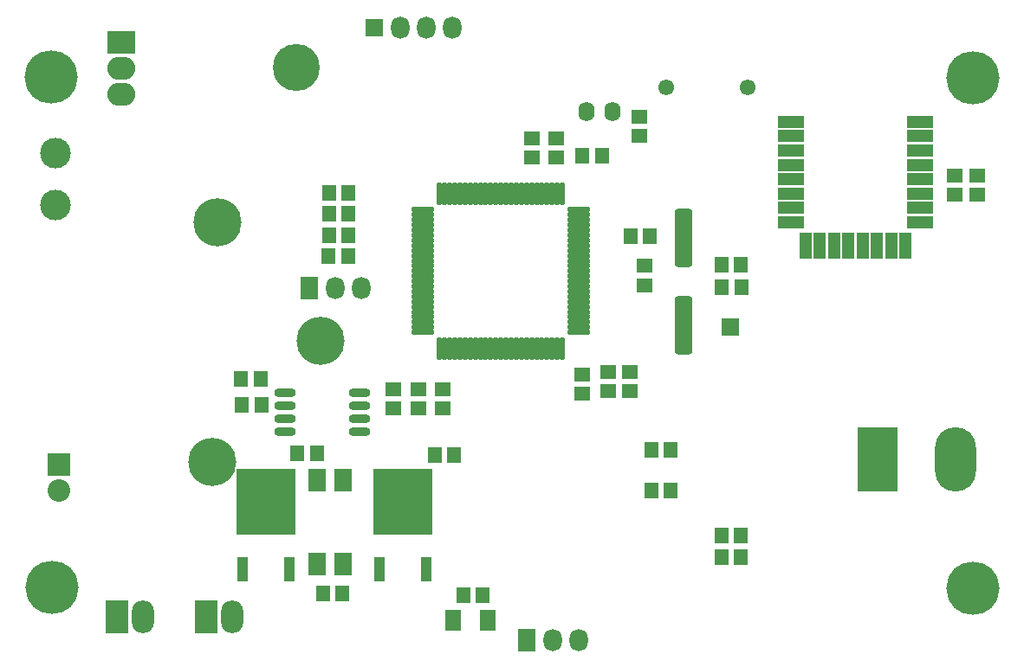
<source format=gbs>
G04*
G04 #@! TF.GenerationSoftware,Altium Limited,Altium Designer,20.2.6 (244)*
G04*
G04 Layer_Color=16711935*
%FSTAX24Y24*%
%MOIN*%
G70*
G04*
G04 #@! TF.SameCoordinates,20AB1978-7CCD-4664-BF1E-2587ED644C09*
G04*
G04*
G04 #@! TF.FilePolarity,Negative*
G04*
G01*
G75*
%ADD46R,0.0631X0.0552*%
%ADD54R,0.0552X0.0631*%
%ADD63C,0.0611*%
%ADD64O,0.0631X0.0749*%
%ADD65R,0.0710X0.0710*%
%ADD66R,0.0867X0.1261*%
%ADD67O,0.0867X0.1261*%
%ADD68O,0.1580X0.2480*%
%ADD69R,0.1580X0.2480*%
%ADD70O,0.0710X0.0867*%
%ADD71R,0.0710X0.0867*%
%ADD72C,0.0867*%
%ADD73C,0.1182*%
%ADD74R,0.1080X0.0880*%
%ADD75O,0.1080X0.0880*%
%ADD76C,0.1812*%
%ADD77R,0.0867X0.0867*%
%ADD78C,0.1852*%
%ADD79C,0.2049*%
%ADD112R,0.0669X0.0866*%
%ADD114O,0.0198X0.0907*%
%ADD115O,0.0907X0.0198*%
%ADD116R,0.0611X0.0789*%
%ADD117O,0.0828X0.0336*%
%ADD118R,0.0474X0.1045*%
%ADD119R,0.1045X0.0474*%
%ADD120R,0.2265X0.2560*%
%ADD121R,0.0434X0.0966*%
G04:AMPARAMS|DCode=122|XSize=224.5mil|YSize=67.1mil|CornerRadius=11.4mil|HoleSize=0mil|Usage=FLASHONLY|Rotation=90.000|XOffset=0mil|YOffset=0mil|HoleType=Round|Shape=RoundedRectangle|*
%AMROUNDEDRECTD122*
21,1,0.2245,0.0443,0,0,90.0*
21,1,0.2018,0.0671,0,0,90.0*
1,1,0.0228,0.0221,0.1009*
1,1,0.0228,0.0221,-0.1009*
1,1,0.0228,-0.0221,-0.1009*
1,1,0.0228,-0.0221,0.1009*
%
%ADD122ROUNDEDRECTD122*%
D46*
X022401Y011362D02*
D03*
Y010614D02*
D03*
X01515Y010789D02*
D03*
Y010041D02*
D03*
X016119Y010043D02*
D03*
Y010791D02*
D03*
X037611Y019022D02*
D03*
Y018274D02*
D03*
X036731Y019022D02*
D03*
Y018274D02*
D03*
X02461Y021288D02*
D03*
Y02054D02*
D03*
X021399Y020456D02*
D03*
Y019708D02*
D03*
X024806Y015546D02*
D03*
Y014798D02*
D03*
X02342Y010704D02*
D03*
Y011452D02*
D03*
X024231Y010704D02*
D03*
Y011452D02*
D03*
X020484Y020452D02*
D03*
Y019704D02*
D03*
X01703Y010788D02*
D03*
Y01004D02*
D03*
D54*
X012192Y008306D02*
D03*
X011444D02*
D03*
X01243Y00291D02*
D03*
X013178D02*
D03*
X017472Y008266D02*
D03*
X016724D02*
D03*
X017824Y002836D02*
D03*
X018572D02*
D03*
X009284Y011186D02*
D03*
X010032D02*
D03*
X009314Y010179D02*
D03*
X010062D02*
D03*
X025058Y006874D02*
D03*
X025806D02*
D03*
X025808Y00845D02*
D03*
X02506D02*
D03*
X027774Y004306D02*
D03*
X028522D02*
D03*
X027772Y00515D02*
D03*
X02852D02*
D03*
X022414Y019779D02*
D03*
X023162D02*
D03*
X025006Y016701D02*
D03*
X024258D02*
D03*
X028537Y01471D02*
D03*
X027789D02*
D03*
X028522Y015589D02*
D03*
X027774D02*
D03*
X012674Y017539D02*
D03*
X013422D02*
D03*
X012674Y018339D02*
D03*
X013422D02*
D03*
X012664Y016729D02*
D03*
X013412D02*
D03*
X01265Y01593D02*
D03*
X013398D02*
D03*
D63*
X02563Y02242D02*
D03*
X02878D02*
D03*
D64*
X02256Y02148D02*
D03*
X02356D02*
D03*
D65*
X0281Y01319D02*
D03*
X01441Y02473D02*
D03*
D66*
X00451Y00202D02*
D03*
X00794D02*
D03*
D67*
X00551D02*
D03*
X00894D02*
D03*
D68*
X03677Y00808D02*
D03*
D69*
X03377D02*
D03*
D70*
X01541Y02473D02*
D03*
X01641D02*
D03*
X01741D02*
D03*
X0139Y01468D02*
D03*
X0129D02*
D03*
X02226Y00113D02*
D03*
X02126D02*
D03*
D71*
X02026D02*
D03*
X0119Y01468D02*
D03*
D72*
X00227Y0069D02*
D03*
D73*
X00213Y01788D02*
D03*
Y01988D02*
D03*
D74*
X00469Y02416D02*
D03*
D75*
Y02216D02*
D03*
Y02316D02*
D03*
D76*
X01142Y02318D02*
D03*
D77*
X00227Y0079D02*
D03*
D78*
X00819Y008D02*
D03*
X01234Y01266D02*
D03*
X00836Y01722D02*
D03*
D79*
X00201Y00314D02*
D03*
X03744Y02277D02*
D03*
X00197Y02282D02*
D03*
X03744Y00311D02*
D03*
D112*
X01221Y007268D02*
D03*
X01321D02*
D03*
Y00404D02*
D03*
X01221D02*
D03*
D114*
X019477Y018332D02*
D03*
X019674D02*
D03*
X021445Y012348D02*
D03*
Y018332D02*
D03*
X021642D02*
D03*
X021249D02*
D03*
X021052D02*
D03*
X020855D02*
D03*
X020658D02*
D03*
X020461D02*
D03*
X020264D02*
D03*
X020067D02*
D03*
X019871D02*
D03*
X01928D02*
D03*
X019083D02*
D03*
X018886D02*
D03*
X018689D02*
D03*
X018493D02*
D03*
X018296D02*
D03*
X018099D02*
D03*
X017902D02*
D03*
X017705D02*
D03*
X017508D02*
D03*
X017312D02*
D03*
X017115D02*
D03*
X016918D02*
D03*
Y012348D02*
D03*
X017115D02*
D03*
X017312D02*
D03*
X017508D02*
D03*
X017705D02*
D03*
X017902D02*
D03*
X018099D02*
D03*
X018296D02*
D03*
X018493D02*
D03*
X018689D02*
D03*
X018886D02*
D03*
X019083D02*
D03*
X01928D02*
D03*
X019477D02*
D03*
X019674D02*
D03*
X019871D02*
D03*
X020067D02*
D03*
X020264D02*
D03*
X020461D02*
D03*
X020658D02*
D03*
X020855D02*
D03*
X021052D02*
D03*
X021249D02*
D03*
X021642D02*
D03*
D115*
X022272Y015931D02*
D03*
X016288Y017505D02*
D03*
Y017702D02*
D03*
Y017308D02*
D03*
Y017112D02*
D03*
Y016915D02*
D03*
Y016718D02*
D03*
Y016521D02*
D03*
Y016324D02*
D03*
Y016127D02*
D03*
Y015931D02*
D03*
Y015734D02*
D03*
Y015537D02*
D03*
Y01534D02*
D03*
Y015143D02*
D03*
Y014946D02*
D03*
Y014749D02*
D03*
Y014553D02*
D03*
Y014356D02*
D03*
Y014159D02*
D03*
Y013962D02*
D03*
Y013765D02*
D03*
Y013568D02*
D03*
Y013371D02*
D03*
Y013175D02*
D03*
Y012978D02*
D03*
X022272D02*
D03*
Y013175D02*
D03*
Y013371D02*
D03*
Y013568D02*
D03*
Y013765D02*
D03*
Y013962D02*
D03*
Y014159D02*
D03*
Y014356D02*
D03*
Y014553D02*
D03*
Y014749D02*
D03*
Y014946D02*
D03*
Y015143D02*
D03*
Y01534D02*
D03*
Y015537D02*
D03*
Y015734D02*
D03*
Y016127D02*
D03*
Y016324D02*
D03*
Y016521D02*
D03*
Y016718D02*
D03*
Y016915D02*
D03*
Y017112D02*
D03*
Y017308D02*
D03*
Y017505D02*
D03*
Y017702D02*
D03*
D116*
X017441Y00188D02*
D03*
X018759D02*
D03*
D117*
X010983Y00916D02*
D03*
Y00966D02*
D03*
Y01016D02*
D03*
Y01066D02*
D03*
X013857Y00916D02*
D03*
Y00966D02*
D03*
Y01016D02*
D03*
Y01066D02*
D03*
D118*
X034851Y016324D02*
D03*
X0343D02*
D03*
X033748D02*
D03*
X033197D02*
D03*
X032646D02*
D03*
X032095D02*
D03*
X031544D02*
D03*
X030993D02*
D03*
D119*
X030443Y021086D02*
D03*
Y020535D02*
D03*
Y019984D02*
D03*
Y019432D02*
D03*
Y018881D02*
D03*
Y01833D02*
D03*
Y017779D02*
D03*
Y017228D02*
D03*
X0354D02*
D03*
Y017779D02*
D03*
Y01833D02*
D03*
Y018881D02*
D03*
Y019432D02*
D03*
Y019984D02*
D03*
Y020535D02*
D03*
Y021086D02*
D03*
D120*
X01023Y006466D02*
D03*
X01551D02*
D03*
D121*
X009332Y003867D02*
D03*
X011128D02*
D03*
X014612D02*
D03*
X016408D02*
D03*
D122*
X026296Y016604D02*
D03*
Y013257D02*
D03*
M02*

</source>
